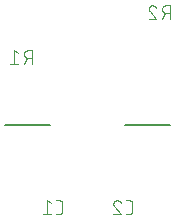
<source format=gbr>
G04 EAGLE Gerber RS-274X export*
G75*
%MOMM*%
%FSLAX34Y34*%
%LPD*%
%INSilkscreen Bottom*%
%IPPOS*%
%AMOC8*
5,1,8,0,0,1.08239X$1,22.5*%
G01*
%ADD10C,0.101600*%
%ADD11C,0.203200*%


D10*
X598104Y107188D02*
X600701Y107188D01*
X600800Y107190D01*
X600900Y107196D01*
X600999Y107205D01*
X601097Y107218D01*
X601195Y107235D01*
X601293Y107256D01*
X601389Y107281D01*
X601484Y107309D01*
X601578Y107341D01*
X601671Y107376D01*
X601763Y107415D01*
X601853Y107458D01*
X601941Y107503D01*
X602028Y107553D01*
X602112Y107605D01*
X602195Y107661D01*
X602275Y107719D01*
X602353Y107781D01*
X602428Y107846D01*
X602501Y107914D01*
X602571Y107984D01*
X602639Y108057D01*
X602704Y108132D01*
X602766Y108210D01*
X602824Y108290D01*
X602880Y108373D01*
X602932Y108457D01*
X602982Y108544D01*
X603027Y108632D01*
X603070Y108722D01*
X603109Y108814D01*
X603144Y108907D01*
X603176Y109001D01*
X603204Y109096D01*
X603229Y109192D01*
X603250Y109290D01*
X603267Y109388D01*
X603280Y109486D01*
X603289Y109585D01*
X603295Y109685D01*
X603297Y109784D01*
X603297Y116276D01*
X603295Y116375D01*
X603289Y116475D01*
X603280Y116574D01*
X603267Y116672D01*
X603250Y116770D01*
X603229Y116868D01*
X603204Y116964D01*
X603176Y117059D01*
X603144Y117153D01*
X603109Y117246D01*
X603070Y117338D01*
X603027Y117428D01*
X602982Y117516D01*
X602932Y117603D01*
X602880Y117687D01*
X602824Y117770D01*
X602766Y117850D01*
X602704Y117928D01*
X602639Y118003D01*
X602571Y118076D01*
X602501Y118146D01*
X602428Y118214D01*
X602353Y118279D01*
X602275Y118341D01*
X602195Y118399D01*
X602112Y118455D01*
X602028Y118507D01*
X601941Y118557D01*
X601853Y118602D01*
X601763Y118645D01*
X601671Y118684D01*
X601578Y118719D01*
X601484Y118751D01*
X601389Y118779D01*
X601293Y118804D01*
X601195Y118825D01*
X601097Y118842D01*
X600999Y118855D01*
X600900Y118864D01*
X600800Y118870D01*
X600701Y118872D01*
X598104Y118872D01*
X593739Y116276D02*
X590494Y118872D01*
X590494Y107188D01*
X593739Y107188D02*
X587248Y107188D01*
X657239Y107188D02*
X659836Y107188D01*
X659935Y107190D01*
X660035Y107196D01*
X660134Y107205D01*
X660232Y107218D01*
X660330Y107235D01*
X660428Y107256D01*
X660524Y107281D01*
X660619Y107309D01*
X660713Y107341D01*
X660806Y107376D01*
X660898Y107415D01*
X660988Y107458D01*
X661076Y107503D01*
X661163Y107553D01*
X661247Y107605D01*
X661330Y107661D01*
X661410Y107719D01*
X661488Y107781D01*
X661563Y107846D01*
X661636Y107914D01*
X661706Y107984D01*
X661774Y108057D01*
X661839Y108132D01*
X661901Y108210D01*
X661959Y108290D01*
X662015Y108373D01*
X662067Y108457D01*
X662117Y108544D01*
X662162Y108632D01*
X662205Y108722D01*
X662244Y108814D01*
X662279Y108907D01*
X662311Y109001D01*
X662339Y109096D01*
X662364Y109192D01*
X662385Y109290D01*
X662402Y109388D01*
X662415Y109486D01*
X662424Y109585D01*
X662430Y109685D01*
X662432Y109784D01*
X662432Y116276D01*
X662430Y116375D01*
X662424Y116475D01*
X662415Y116574D01*
X662402Y116672D01*
X662385Y116770D01*
X662364Y116868D01*
X662339Y116964D01*
X662311Y117059D01*
X662279Y117153D01*
X662244Y117246D01*
X662205Y117338D01*
X662162Y117428D01*
X662117Y117516D01*
X662067Y117603D01*
X662015Y117687D01*
X661959Y117770D01*
X661901Y117850D01*
X661839Y117928D01*
X661774Y118003D01*
X661706Y118076D01*
X661636Y118146D01*
X661563Y118214D01*
X661488Y118279D01*
X661410Y118341D01*
X661330Y118399D01*
X661247Y118455D01*
X661163Y118507D01*
X661076Y118557D01*
X660988Y118602D01*
X660898Y118645D01*
X660806Y118684D01*
X660713Y118719D01*
X660619Y118751D01*
X660524Y118779D01*
X660428Y118804D01*
X660330Y118825D01*
X660232Y118842D01*
X660134Y118855D01*
X660035Y118864D01*
X659935Y118870D01*
X659836Y118872D01*
X657239Y118872D01*
X649304Y118872D02*
X649197Y118870D01*
X649091Y118864D01*
X648985Y118854D01*
X648879Y118841D01*
X648773Y118823D01*
X648669Y118802D01*
X648565Y118777D01*
X648462Y118748D01*
X648361Y118716D01*
X648261Y118679D01*
X648162Y118639D01*
X648064Y118596D01*
X647968Y118549D01*
X647874Y118498D01*
X647782Y118444D01*
X647692Y118387D01*
X647604Y118327D01*
X647519Y118263D01*
X647436Y118196D01*
X647355Y118126D01*
X647277Y118054D01*
X647201Y117978D01*
X647129Y117900D01*
X647059Y117819D01*
X646992Y117736D01*
X646928Y117651D01*
X646868Y117563D01*
X646811Y117473D01*
X646757Y117381D01*
X646706Y117287D01*
X646659Y117191D01*
X646616Y117093D01*
X646576Y116994D01*
X646539Y116894D01*
X646507Y116793D01*
X646478Y116690D01*
X646453Y116586D01*
X646432Y116482D01*
X646414Y116376D01*
X646401Y116270D01*
X646391Y116164D01*
X646385Y116058D01*
X646383Y115951D01*
X649304Y118872D02*
X649425Y118870D01*
X649546Y118864D01*
X649666Y118854D01*
X649787Y118841D01*
X649906Y118823D01*
X650026Y118802D01*
X650144Y118777D01*
X650261Y118748D01*
X650378Y118715D01*
X650493Y118679D01*
X650607Y118638D01*
X650720Y118595D01*
X650832Y118547D01*
X650941Y118496D01*
X651049Y118441D01*
X651156Y118383D01*
X651260Y118322D01*
X651362Y118257D01*
X651462Y118189D01*
X651560Y118118D01*
X651656Y118044D01*
X651749Y117967D01*
X651839Y117886D01*
X651927Y117803D01*
X652012Y117717D01*
X652095Y117628D01*
X652174Y117537D01*
X652251Y117443D01*
X652324Y117347D01*
X652394Y117249D01*
X652461Y117148D01*
X652525Y117045D01*
X652586Y116940D01*
X652643Y116833D01*
X652696Y116725D01*
X652746Y116615D01*
X652792Y116503D01*
X652835Y116390D01*
X652874Y116275D01*
X647357Y113679D02*
X647278Y113757D01*
X647202Y113837D01*
X647129Y113920D01*
X647059Y114006D01*
X646992Y114093D01*
X646928Y114184D01*
X646868Y114276D01*
X646810Y114370D01*
X646756Y114467D01*
X646706Y114565D01*
X646659Y114665D01*
X646615Y114766D01*
X646575Y114869D01*
X646539Y114974D01*
X646507Y115079D01*
X646478Y115186D01*
X646453Y115293D01*
X646431Y115402D01*
X646414Y115511D01*
X646400Y115620D01*
X646391Y115730D01*
X646385Y115841D01*
X646383Y115951D01*
X647356Y113679D02*
X652874Y107188D01*
X646383Y107188D01*
D11*
X656590Y182880D02*
X694690Y182880D01*
X593090Y182880D02*
X554990Y182880D01*
D10*
X577155Y234188D02*
X577155Y245872D01*
X573910Y245872D01*
X573797Y245870D01*
X573684Y245864D01*
X573571Y245854D01*
X573458Y245840D01*
X573346Y245823D01*
X573235Y245801D01*
X573125Y245776D01*
X573015Y245746D01*
X572907Y245713D01*
X572800Y245676D01*
X572694Y245636D01*
X572590Y245591D01*
X572487Y245543D01*
X572386Y245492D01*
X572287Y245437D01*
X572190Y245379D01*
X572095Y245317D01*
X572002Y245252D01*
X571912Y245184D01*
X571824Y245113D01*
X571738Y245038D01*
X571655Y244961D01*
X571575Y244881D01*
X571498Y244798D01*
X571423Y244712D01*
X571352Y244624D01*
X571284Y244534D01*
X571219Y244441D01*
X571157Y244346D01*
X571099Y244249D01*
X571044Y244150D01*
X570993Y244049D01*
X570945Y243946D01*
X570900Y243842D01*
X570860Y243736D01*
X570823Y243629D01*
X570790Y243521D01*
X570760Y243411D01*
X570735Y243301D01*
X570713Y243190D01*
X570696Y243078D01*
X570682Y242965D01*
X570672Y242852D01*
X570666Y242739D01*
X570664Y242626D01*
X570666Y242513D01*
X570672Y242400D01*
X570682Y242287D01*
X570696Y242174D01*
X570713Y242062D01*
X570735Y241951D01*
X570760Y241841D01*
X570790Y241731D01*
X570823Y241623D01*
X570860Y241516D01*
X570900Y241410D01*
X570945Y241306D01*
X570993Y241203D01*
X571044Y241102D01*
X571099Y241003D01*
X571157Y240906D01*
X571219Y240811D01*
X571284Y240718D01*
X571352Y240628D01*
X571423Y240540D01*
X571498Y240454D01*
X571575Y240371D01*
X571655Y240291D01*
X571738Y240214D01*
X571824Y240139D01*
X571912Y240068D01*
X572002Y240000D01*
X572095Y239935D01*
X572190Y239873D01*
X572287Y239815D01*
X572386Y239760D01*
X572487Y239709D01*
X572590Y239661D01*
X572694Y239616D01*
X572800Y239576D01*
X572907Y239539D01*
X573015Y239506D01*
X573125Y239476D01*
X573235Y239451D01*
X573346Y239429D01*
X573458Y239412D01*
X573571Y239398D01*
X573684Y239388D01*
X573797Y239382D01*
X573910Y239380D01*
X573910Y239381D02*
X577155Y239381D01*
X573261Y239381D02*
X570664Y234188D01*
X565799Y243276D02*
X562554Y245872D01*
X562554Y234188D01*
X565799Y234188D02*
X559308Y234188D01*
X694182Y272288D02*
X694182Y283972D01*
X690936Y283972D01*
X690823Y283970D01*
X690710Y283964D01*
X690597Y283954D01*
X690484Y283940D01*
X690372Y283923D01*
X690261Y283901D01*
X690151Y283876D01*
X690041Y283846D01*
X689933Y283813D01*
X689826Y283776D01*
X689720Y283736D01*
X689616Y283691D01*
X689513Y283643D01*
X689412Y283592D01*
X689313Y283537D01*
X689216Y283479D01*
X689121Y283417D01*
X689028Y283352D01*
X688938Y283284D01*
X688850Y283213D01*
X688764Y283138D01*
X688681Y283061D01*
X688601Y282981D01*
X688524Y282898D01*
X688449Y282812D01*
X688378Y282724D01*
X688310Y282634D01*
X688245Y282541D01*
X688183Y282446D01*
X688125Y282349D01*
X688070Y282250D01*
X688019Y282149D01*
X687971Y282046D01*
X687926Y281942D01*
X687886Y281836D01*
X687849Y281729D01*
X687816Y281621D01*
X687786Y281511D01*
X687761Y281401D01*
X687739Y281290D01*
X687722Y281178D01*
X687708Y281065D01*
X687698Y280952D01*
X687692Y280839D01*
X687690Y280726D01*
X687692Y280613D01*
X687698Y280500D01*
X687708Y280387D01*
X687722Y280274D01*
X687739Y280162D01*
X687761Y280051D01*
X687786Y279941D01*
X687816Y279831D01*
X687849Y279723D01*
X687886Y279616D01*
X687926Y279510D01*
X687971Y279406D01*
X688019Y279303D01*
X688070Y279202D01*
X688125Y279103D01*
X688183Y279006D01*
X688245Y278911D01*
X688310Y278818D01*
X688378Y278728D01*
X688449Y278640D01*
X688524Y278554D01*
X688601Y278471D01*
X688681Y278391D01*
X688764Y278314D01*
X688850Y278239D01*
X688938Y278168D01*
X689028Y278100D01*
X689121Y278035D01*
X689216Y277973D01*
X689313Y277915D01*
X689412Y277860D01*
X689513Y277809D01*
X689616Y277761D01*
X689720Y277716D01*
X689826Y277676D01*
X689933Y277639D01*
X690041Y277606D01*
X690151Y277576D01*
X690261Y277551D01*
X690372Y277529D01*
X690484Y277512D01*
X690597Y277498D01*
X690710Y277488D01*
X690823Y277482D01*
X690936Y277480D01*
X690936Y277481D02*
X694182Y277481D01*
X690287Y277481D02*
X687691Y272288D01*
X676335Y281051D02*
X676337Y281158D01*
X676343Y281264D01*
X676353Y281370D01*
X676366Y281476D01*
X676384Y281582D01*
X676405Y281686D01*
X676430Y281790D01*
X676459Y281893D01*
X676491Y281994D01*
X676528Y282094D01*
X676568Y282193D01*
X676611Y282291D01*
X676658Y282387D01*
X676709Y282481D01*
X676763Y282573D01*
X676820Y282663D01*
X676880Y282751D01*
X676944Y282836D01*
X677011Y282919D01*
X677081Y283000D01*
X677153Y283078D01*
X677229Y283154D01*
X677307Y283226D01*
X677388Y283296D01*
X677471Y283363D01*
X677556Y283427D01*
X677644Y283487D01*
X677734Y283544D01*
X677826Y283598D01*
X677920Y283649D01*
X678016Y283696D01*
X678114Y283739D01*
X678213Y283779D01*
X678313Y283816D01*
X678414Y283848D01*
X678517Y283877D01*
X678621Y283902D01*
X678725Y283923D01*
X678831Y283941D01*
X678937Y283954D01*
X679043Y283964D01*
X679149Y283970D01*
X679256Y283972D01*
X679377Y283970D01*
X679498Y283964D01*
X679618Y283954D01*
X679739Y283941D01*
X679858Y283923D01*
X679978Y283902D01*
X680096Y283877D01*
X680213Y283848D01*
X680330Y283815D01*
X680445Y283779D01*
X680559Y283738D01*
X680672Y283695D01*
X680784Y283647D01*
X680893Y283596D01*
X681001Y283541D01*
X681108Y283483D01*
X681212Y283422D01*
X681314Y283357D01*
X681414Y283289D01*
X681512Y283218D01*
X681608Y283144D01*
X681701Y283067D01*
X681791Y282986D01*
X681879Y282903D01*
X681964Y282817D01*
X682047Y282728D01*
X682126Y282637D01*
X682203Y282543D01*
X682276Y282447D01*
X682346Y282349D01*
X682413Y282248D01*
X682477Y282145D01*
X682538Y282040D01*
X682595Y281933D01*
X682648Y281825D01*
X682698Y281715D01*
X682744Y281603D01*
X682787Y281490D01*
X682826Y281375D01*
X677309Y278779D02*
X677230Y278857D01*
X677154Y278937D01*
X677081Y279020D01*
X677011Y279106D01*
X676944Y279193D01*
X676880Y279284D01*
X676820Y279376D01*
X676762Y279470D01*
X676708Y279567D01*
X676658Y279665D01*
X676611Y279765D01*
X676567Y279866D01*
X676527Y279969D01*
X676491Y280074D01*
X676459Y280179D01*
X676430Y280286D01*
X676405Y280393D01*
X676383Y280502D01*
X676366Y280611D01*
X676352Y280720D01*
X676343Y280830D01*
X676337Y280941D01*
X676335Y281051D01*
X677308Y278779D02*
X682826Y272288D01*
X676335Y272288D01*
M02*

</source>
